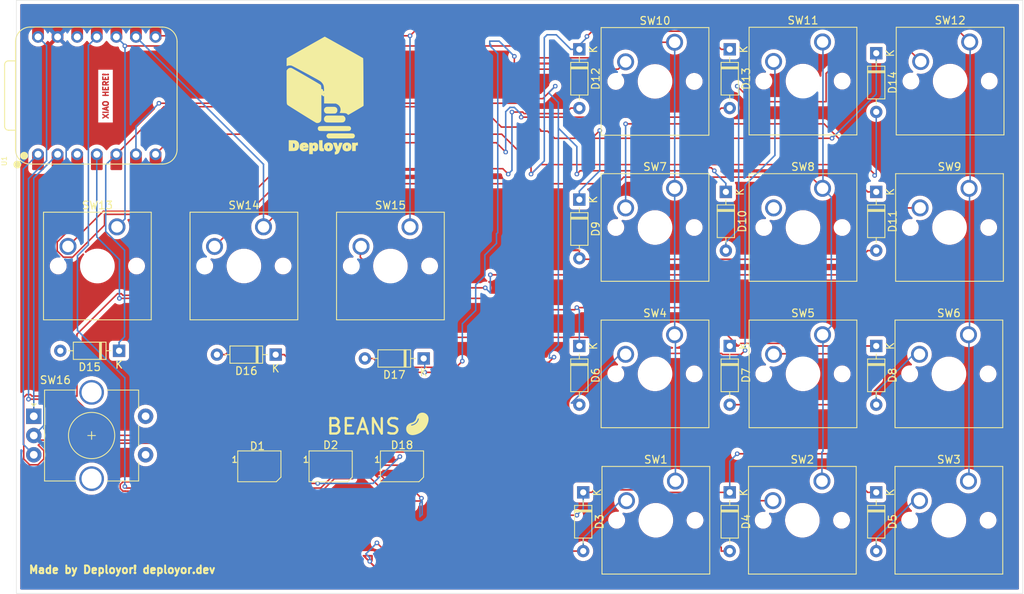
<source format=kicad_pcb>
(kicad_pcb (version 20240108) (generator "pcbnew") (generator_version "8.0")
  (layers (0 "F.Cu" signal) (31 "B.Cu" signal) (34 "B.Paste" user) (35 "F.Paste" user) (36 "B.SilkS" user "B.Silkscreen") (37 "F.SilkS" user "F.Silkscreen") (38 "B.Mask" user) (39 "F.Mask" user) (44 "Edge.Cuts" user))
  (net 0 "")
  (net 1 "+5V")
  (net 2 "GND")
  (net 3 "Net-(D1-DIN)")
  (net 5 "Net-(D18-DIN)")
  (net 6 "Net-(D2-DIN)")
  (net 7 "Net-(D3-K)")
  (net 8 "Net-(D3-A)")
  (net 9 "Net-(D4-A)")
  (net 10 "Net-(D5-A)")
  (net 11 "Net-(D6-K)")
  (net 12 "Net-(D6-A)")
  (net 13 "Net-(D7-A)")
  (net 14 "Net-(D8-A)")
  (net 15 "Net-(D9-A)")
  (net 16 "Net-(D14-K)")
  (net 17 "Net-(D10-K)")
  (net 18 "Net-(D10-A)")
  (net 19 "Net-(D11-A)")
  (net 20 "Net-(D11-K)")
  (net 21 "Net-(D12-A)")
  (net 22 "Net-(D13-A)")
  (net 23 "Net-(D14-A)")
  (net 25 "Net-(D16-A)")
  (net 26 "Net-(D17-A)")
  (net 27 "Net-(U1-GPIO4{slash}MISO)")
  (net 28 "Net-(U1-GPIO2{slash}SCK)")
  (net 29 "Net-(U1-GPIO1{slash}RX)")
  (net 31 "Net-(U1-GPIO26{slash}ADC0{slash}A0)")
  (net 32 "Net-(U1-GPIO27{slash}ADC1{slash}A1)")
  (net 33 "unconnected-(U1-3V3-Pad12)")
  (footprint "Button_Switch_Keyboard:SW_Cherry_MX_1.00u_PCB" (layer "F.Cu") (at 236.04 65.92)
    (property "Reference" "SW11")
    (property "Value" "SW_Push")
  )
  (footprint "LOGO" (layer "F.Cu") (at 183.5 115.5)
    (property "Reference" "G***" (hide yes))
    (property "Value" "LOGO" (hide yes))
  )
  (footprint "Diode_THT:D_DO-35_SOD27_P7.62mm_Horizontal" (layer "F.Cu") (at 184.31 107 180)
    (property "Reference" "D17")
    (property "Value" "D")
  )
  (footprint "Diode_THT:D_DO-35_SOD27_P7.62mm_Horizontal" (layer "F.Cu") (at 205 124.38 -90)
    (property "Reference" "D3")
    (property "Value" "D")
  )
  (footprint "Button_Switch_Keyboard:SW_Cherry_MX_1.00u_PCB" (layer "F.Cu") (at 236.04 84.92)
    (property "Reference" "SW8")
    (property "Value" "SW_Push")
  )
  (footprint "LOGO" (layer "F.Cu") (at 171.5 73)
    (property "Reference" "G***")
    (property "Value" "LOGO" (hide yes))
  )
  (footprint "Button_Switch_Keyboard:SW_Cherry_MX_1.00u_PCB" (layer "F.Cu") (at 216.85 65.96)
    (property "Reference" "SW10")
    (property "Value" "SW_Push")
  )
  (footprint "Button_Switch_Keyboard:SW_Cherry_MX_1.00u_PCB" (layer "F.Cu") (at 216.96 122.92)
    (property "Reference" "SW1")
    (property "Value" "SW_Push")
  )
  (footprint "Button_Switch_Keyboard:SW_Cherry_MX_1.00u_PCB" (layer "F.Cu") (at 235.96 122.92)
    (property "Reference" "SW2")
    (property "Value" "SW_Push")
  )
  (footprint "Diode_THT:D_DO-35_SOD27_P7.62mm_Horizontal" (layer "F.Cu") (at 224 66.88 -90)
    (property "Reference" "D13")
    (property "Value" "D")
  )
  (footprint "Rotary_Encoder:RotaryEncoder_Alps_EC11E-Switch_Vertical_H20mm_CircularMountingHoles" (layer "F.Cu") (at 133.75 114.5)
    (property "Reference" "SW16")
    (property "Value" "RotaryEncoder_Switch")
  )
  (footprint "LED_SMD:LED_SK6812MINI_PLCC4_3.5x3.5mm_P1.75mm" (layer "F.Cu") (at 181.5 121)
    (property "Reference" "D18")
    (property "Value" "SK6812MINI")
  )
  (footprint "Button_Switch_Keyboard:SW_Cherry_MX_1.00u_PCB" (layer "F.Cu") (at 182.54 89.92)
    (property "Reference" "SW15")
    (property "Value" "SW_Push")
  )
  (footprint "Diode_THT:D_DO-35_SOD27_P7.62mm_Horizontal" (layer "F.Cu") (at 243 85.38 -90)
    (property "Reference" "D11")
    (property "Value" "D")
  )
  (footprint "OPL:XIAO-RP2040-DIP" (layer "F.Cu") (at 141.92 72.88 90)
    (property "Reference" "U1")
    (property "Value" "XIAO-RP2040-DIP")
  )
  (footprint "LED_SMD:LED_SK6812MINI_PLCC4_3.5x3.5mm_P1.75mm" (layer "F.Cu") (at 172.25 121)
    (property "Reference" "D2")
    (property "Value" "SK6812MINI")
  )
  (footprint "Button_Switch_Keyboard:SW_Cherry_MX_1.00u_PCB" (layer "F.Cu") (at 254.96 122.92)
    (property "Reference" "SW3")
    (property "Value" "SW_Push")
  )
  (footprint "Diode_THT:D_DO-35_SOD27_P7.62mm_Horizontal" (layer "F.Cu") (at 223.5 85.38 -90)
    (property "Reference" "D10")
    (property "Value" "D")
  )
  (footprint "Diode_THT:D_DO-35_SOD27_P7.62mm_Horizontal" (layer "F.Cu") (at 224 105.38 -90)
    (property "Reference" "D7")
    (property "Value" "D")
  )
  (footprint "Diode_THT:D_DO-35_SOD27_P7.62mm_Horizontal" (layer "F.Cu") (at 243 124.38 -90)
    (property "Reference" "D5")
    (property "Value" "D")
  )
  (footprint "LED_SMD:LED_SK6812MINI_PLCC4_3.5x3.5mm_P1.75mm" (layer "F.Cu") (at 163 121)
    (property "Reference" "D1")
    (property "Value" "SK6812MINI")
  )
  (footprint "Diode_THT:D_DO-35_SOD27_P7.62mm_Horizontal" (layer "F.Cu") (at 144.81 106 180)
    (property "Reference" "D15")
    (property "Value" "D")
  )
  (footprint "Button_Switch_Keyboard:SW_Cherry_MX_1.00u_PCB" (layer "F.Cu") (at 216.85 84.92)
    (property "Reference" "SW7")
    (property "Value" "SW_Push")
  )
  (footprint "Diode_THT:D_DO-35_SOD27_P7.62mm_Horizontal" (layer "F.Cu") (at 204.5 66.88 -90)
    (property "Reference" "D12")
    (property "Value" "D")
  )
  (footprint "Button_Switch_Keyboard:SW_Cherry_MX_1.00u_PCB" (layer "F.Cu") (at 144.54 89.92)
    (property "Reference" "SW13")
    (property "Value" "SW_Push")
  )
  (footprint "Diode_THT:D_DO-35_SOD27_P7.62mm_Horizontal" (layer "F.Cu") (at 165.12 106.5 180)
    (property "Reference" "D16")
    (property "Value" "D")
  )
  (footprint "Button_Switch_Keyboard:SW_Cherry_MX_1.00u_PCB" (layer "F.Cu") (at 255.12 65.92)
    (property "Reference" "SW12")
    (property "Value" "SW_Push")
  )
  (footprint "Diode_THT:D_DO-35_SOD27_P7.62mm_Horizontal" (layer "F.Cu") (at 204.5 105.38 -90)
    (property "Reference" "D6")
    (property "Value" "D")
  )
  (footprint "Button_Switch_Keyboard:SW_Cherry_MX_1.00u_PCB" (layer "F.Cu") (at 236.04 103.92)
    (property "Reference" "SW5")
    (property "Value" "SW_Push")
  )
  (footprint "Button_Switch_Keyboard:SW_Cherry_MX_1.00u_PCB" (layer "F.Cu") (at 255.04 84.92)
    (property "Reference" "SW9")
    (property "Value" "SW_Push")
  )
  (footprint "Diode_THT:D_DO-35_SOD27_P7.62mm_Horizontal" (layer "F.Cu") (at 243 67.38 -90)
    (property "Reference" "D14")
    (property "Value" "D")
  )
  (footprint "Diode_THT:D_DO-35_SOD27_P7.62mm_Horizontal" (layer "F.Cu") (at 243 105.38 -90)
    (property "Reference" "D8")
    (property "Value" "D")
  )
  (footprint "Diode_THT:D_DO-35_SOD27_P7.62mm_Horizontal" (layer "F.Cu") (at 224 124.38 -90)
    (property "Reference" "D4")
    (property "Value" "D")
  )
  (footprint "Button_Switch_Keyboard:SW_Cherry_MX_1.00u_PCB" (layer "F.Cu") (at 254.96 103.92)
    (property "Reference" "SW6")
    (property "Value" "SW_Push")
  )
  (footprint "Button_Switch_Keyboard:SW_Cherry_MX_1.00u_PCB" (layer "F.Cu") (at 216.85 103.92)
    (property "Reference" "SW4")
    (property "Value" "SW_Push")
  )
  (footprint "Diode_THT:D_DO-35_SOD27_P7.62mm_Horizontal" (layer "F.Cu") (at 204.5 86.38 -90)
    (property "Reference" "D9")
    (property "Value" "D")
  )
  (footprint "Button_Switch_Keyboard:SW_Cherry_MX_1.00u_PCB" (layer "F.Cu") (at 163.54 89.92)
    (property "Reference" "SW14")
    (property "Value" "SW_Push")
  )
  (gr_rect (start 131.5 60.5) (end 262 137.5) (stroke (width 0.05)) (fill none) (layer "Edge.Cuts"))
  (gr_text "XIAO HERE!" (at 143.5 76 90) (layer "F.Cu") (effects (font (size 0.7 0.7) (thickness 0.175) (bold yes)) (justify left bottom)))
  (gr_text "Made by Deployor! deployor.dev" (at 133 135 0) (layer "F.SilkS") (effects (font (size 1 1) (thickness 0.25) (bold yes)) (justify left bottom)))
  (gr_text "BEANS" (at 176.5 117 0) (layer "F.SilkS") (effects (font (size 2 2) (thickness 0.3) (bold yes)) (justify bottom)))
  (segment (start 172.172 120.852) (end 166.578 120.852) (width 0.2) (layer "F.Cu") (net 1))
  (segment (start 166.713 119.264) (end 171.006 119.264) (width 0.2) (layer "F.Cu") (net 1))
  (segment (start 169.775 116.977) (end 143.887 116.977) (width 0.2) (layer "F.Cu") (net 1))
  (segment (start 178.098 120.125) (end 174 120.125) (width 0.2) (layer "F.Cu") (net 1))
  (segment (start 174 120.125) (end 172.898 120.125) (width 0.2) (layer "F.Cu") (net 1))
  (segment (start 183.25 120.125) (end 182.148 120.125) (width 0.2) (layer "F.Cu") (net 1))
  (segment (start 181.422 120.852) (end 178.825 120.852) (width 0.2) (layer "F.Cu") (net 1))
  (segment (start 182.148 120.125) (end 181.422 120.852) (width 0.2) (layer "F.Cu") (net 1))
  (segment (start 165.852 120.125) (end 164.75 120.125) (width 0.2) (layer "F.Cu") (net 1))
  (segment (start 172.898 120.125) (end 172.172 120.852) (width 0.2) (layer "F.Cu") (net 1))
  (segment (start 171.345 118.924) (end 171.345 118.548) (width 0.2) (layer "F.Cu") (net 1))
  (segment (start 171.345 118.548) (end 169.775 116.977) (width 0.2) (layer "F.Cu") (net 1))
  (segment (start 134.3 64.425) (end 134.3 65.26) (width 0.2) (layer "F.Cu") (net 1))
  (segment (start 178.825 120.852) (end 178.098 120.125) (width 0.2) (layer "F.Cu") (net 1))
  (segment (start 166.578 120.852) (end 165.852 120.125) (width 0.2) (layer "F.Cu") (net 1))
  (segment (start 143.887 116.977) (end 139.194 112.284) (width 0.2) (layer "F.Cu") (net 1))
  (segment (start 165.852 120.125) (end 166.713 119.264) (width 0.2) (layer "F.Cu") (net 1))
  (segment (start 171.006 119.264) (end 171.345 118.924) (width 0.2) (layer "F.Cu") (net 1))
  (segment (start 139.194 112.284) (end 133.071 112.284) (width 0.2) (layer "F.Cu") (net 1))
  (via (at 133.071 112.284) (size 0.6) (drill 0.3) (layers "F.Cu" "B.Cu") (net 1))
  (segment (start 133.071 112.284) (end 133.071 83.6672) (width 0.2) (layer "B.Cu") (net 1))
  (segment (start 135.411 81.3271) (end 135.411 66.3712) (width 0.2) (layer "B.Cu") (net 1))
  (segment (start 133.071 83.6672) (end 135.411 81.3271) (width 0.2) (layer "B.Cu") (net 1))
  (segment (start 135.411 66.3712) (end 134.3 65.26) (width 0.2) (layer "B.Cu") (net 1))
  (segment (start 161.25 121.875) (end 159.811 120.436) (width 0.2) (layer "F.Cu") (net 2))
  (segment (start 178.648 121.875) (end 179.75 121.875) (width 0.2) (layer "F.Cu") (net 2))
  (segment (start 161.3 117.832314) (end 161.065686 117.598) (width 0.2) (layer "F.Cu") (net 2))
  (segment (start 172.53 121.148) (end 177.922 121.148) (width 0.2) (layer "F.Cu") (net 2))
  (segment (start 170.5 121.875) (end 166.968 121.875) (width 0.2) (layer "F.Cu") (net 2))
  (segment (start 166.968 121.875) (end 166.241 121.148) (width 0.2) (layer "F.Cu") (net 2))
  (segment (start 161.25 121.875) (end 159.419343 120.044343) (width 0.2) (layer "F.Cu") (net 2))
  (segment (start 170.5 121.875) (end 171.803 121.875) (width 0.2) (layer "F.Cu") (net 2))
  (segment (start 136.84 64.425) (end 136.84 65.26) (width 0.2) (layer "F.Cu") (net 2))
  (segment (start 188.546 122.148) (end 191.898 125.5) (width 0.2) (layer "F.Cu") (net 2))
  (segment (start 171.803 121.875) (end 172.53 121.148) (width 0.2) (layer "F.Cu") (net 2))
  (segment (start 179.353 122.777) (end 178.971 122.777) (width 0.2) (layer "F.Cu") (net 2))
  (segment (start 162.352 121.875) (end 161.25 121.875) (width 0.2) (layer "F.Cu") (net 2))
  (segment (start 161.065686 117.598) (end 134.348 117.598) (width 0.2) (layer "F.Cu") (net 2))
  (segment (start 191.898 125.5) (end 193 125.5) (width 0.2) (layer "F.Cu") (net 2))
  (segment (start 161.3 118.163686) (end 161.3 117.832314) (width 0.2) (layer "F.Cu") (net 2))
  (segment (start 163.078 121.148) (end 162.352 121.875) (width 0.2) (layer "F.Cu") (net 2))
  (segment (start 177.922 121.148) (end 178.648 121.875) (width 0.2) (layer "F.Cu") (net 2))
  (segment (start 159.419343 120.044343) (end 161.3 118.163686) (width 0.2) (layer "F.Cu") (net 2))
  (segment (start 178.851 122.275) (end 179.353 122.777) (width 0.2) (layer "F.Cu") (net 2))
  (segment (start 166.241 121.148) (end 163.078 121.148) (width 0.2) (layer "F.Cu") (net 2))
  (segment (start 134.348 117.598) (end 133.75 117) (width 0.2) (layer "F.Cu") (net 2))
  (segment (start 137.951 81.1128) (end 137.951 66.3712) (width 0.2) (layer "B.Cu") (net 2))
  (segment (start 133.75 117) (end 135.052 115.698) (width 0.2) (layer "B.Cu") (net 2))
  (segment (start 135.052 115.698) (end 135.052 84.0123) (width 0.2) (layer "B.Cu") (net 2))
  (segment (start 137.951 66.3712) (end 136.84 65.26) (width 0.2) (layer "B.Cu") (net 2))
  (segment (start 135.052 84.0123) (end 137.951 81.1128) (width 0.2) (layer "B.Cu") (net 2))
  (segment (start 181.2243 119.7363) (end 180.8517 120.1089) (width 0.2) (layer "F.Cu") (net 3))
  (segment (start 180.8517 120.1089) (end 180.8517 120.125) (width 0.2) (layer "F.Cu") (net 3))
  (segment (start 164.75 121.875) (end 165.8517 121.875) (width 0.2) (layer "F.Cu") (net 3))
  (segment (start 179.75 120.125) (end 180.8517 120.125) (width 0.2) (layer "F.Cu") (net 3))
  (segment (start 165.8517 121.875) (end 167.1947 123.218) (width 0.2) (layer "F.Cu") (net 3))
  (segment (start 167.1947 123.218) (end 170.5667 123.218) (width 0.2) (layer "F.Cu") (net 3))
  (via (at 181.2243 119.7363) (size 0.6) (drill 0.3) (layers "F.Cu" "B.Cu") (net 3))
  (via (at 170.5667 123.218) (size 0.6) (drill 0.3) (layers "F.Cu" "B.Cu") (net 3))
  (segment (start 170.5667 123.218) (end 177.7426 123.218) (width 0.2) (layer "B.Cu") (net 3))
  (segment (start 177.7426 123.218) (end 181.2243 119.7363) (width 0.2) (layer "B.Cu") (net 3))
  (segment (start 183.9805 119.1346) (end 172.5921 119.1346) (width 0.2) (layer "F.Cu") (net 5))
  (segment (start 170.5 120.125) (end 171.6017 120.125) (width 0.2) (layer "F.Cu") (net 5))
  (segment (start 184.3517 119.5058) (end 183.9805 119.1346) (width 0.2) (layer "F.Cu") (net 5))
  (segment (start 183.25 121.875) (end 184.3517 121.875) (width 0.2) (layer "F.Cu") (net 5))
  (segment (start 172.5921 119.1346) (end 171.6017 120.125) (width 0.2) (layer "F.Cu") (net 5))
  (segment (start 184.3517 121.875) (end 184.3517 119.5058) (width 0.2) (layer "F.Cu") (net 5))
  (segment (start 141.92 64.425) (end 141.92 65.26) (width 0.2) (layer "F.Cu") (net 6))
  (segment (start 170.9536 123.8197) (end 172.8983 121.875) (width 0.2) (layer "F.Cu") (net 6))
  (segment (start 145.5585 123.615) (end 145.7632 123.8197) (width 0.2) (layer "F.Cu") (net 6))
  (segment (start 174 121.875) (end 172.8983 121.875) (width 0.2) (layer "F.Cu") (net 6))
  (segment (start 145.7632 123.8197) (end 170.9536 123.8197) (width 0.2) (layer "F.Cu") (net 6))
  (via (at 145.5585 123.615) (size 0.6) (drill 0.3) (layers "F.Cu" "B.Cu") (net 6))
  (segment (start 139.4151 103.3651) (end 145.5585 109.5085) (width 0.2) (layer "B.Cu") (net 6))
  (segment (start 139.4151 93.6595) (end 139.4151 103.3651) (width 0.2) (layer "B.Cu") (net 6))
  (segment (start 140.8321 92.2425) (end 139.4151 93.6595) (width 0.2) (layer "B.Cu") (net 6))
  (segment (start 140.8321 66.3479) (end 140.8321 92.2425) (width 0.2) (layer "B.Cu") (net 6))
  (segment (start 145.5585 109.5085) (end 145.5585 123.615) (width 0.2) (layer "B.Cu") (net 6))
  (segment (start 141.92 65.26) (end 140.8321 66.3479) (width 0.2) (layer "B.Cu") (net 6))
  (segment (start 138.769899 93.86) (end 142.922682 89.707217) (width 0.2) (layer "F.Cu") (net 7))
  (segment (start 224 124.38) (end 212.65 124.38) (width 0.2) (layer "F.Cu") (net 7))
  (segment (start 184.022 125.139) (end 184.022 125.5) (width 0.2) (layer "F.Cu") (net 7))
  (segment (start 135.05 118.961522) (end 134.338478 118.25) (width 0.2) (layer "F.Cu") (net 7))
  (segment (start 144.9585 123.366471) (end 144.9585 123.863529) (width 0.2) (layer "F.Cu") (net 7))
  (segment (start 181.332315 126.423) (end 182.764686 126.423) (width 0.2) (layer "F.Cu") (net 7))
  (segment (start 144.608471 98.5983) (end 139.35 103.856771) (width 0.2) (layer "F.Cu") (net 7))
  (segment (start 172.9 122.438986) (end 172.9 122.6) (width 0.2) (layer "F.Cu") (net 7))
  (segment (start 139.38 80.5) (end 139.38 89.290101) (width 0.2) (layer "F.Cu") (net 7))
  (segment (start 132.45 120.038478) (end 133.211522 120.8) (width 0.2) (layer "F.Cu") (net 7))
  (segment (start 183.623 122.602) (end 183.881 122.602) (width 0.2) (layer "F.Cu") (net 7))
  (segment (start 139.35 103.856771) (end 139.35 111.884) (width 0.2) (layer "F.Cu") (net 7))
  (segment (start 212.32 124.05) (end 206.432 124.05) (width 0.2) (layer "F.Cu") (net 7))
  (segment (start 145.597515 124.2197) (end 171.119286 124.2197) (width 0.2) (layer "F.Cu") (net 7))
  (segment (start 137.610101 93.86) (end 138.769899 93.86) (width 0.2) (layer "F.Cu") (net 7))
  (segment (start 133.319529 111.684) (end 132.822471 111.684) (width 0.2) (layer "F.Cu") (net 7))
  (segment (start 160.9 117.998) (end 155.883 123.015) (width 0.2) (layer "F.Cu") (net 7))
  (segment (start 176.457315 121.548) (end 181.332315 126.423) (width 0.2) (layer "F.Cu") (net 7))
  (segment (start 212.65 124.38) (end 212.32 124.05) (width 0.2) (layer "F.Cu") (net 7))
  (segment (start 145.305529 98.7983) (end 145.105529 98.5983) (width 0.2) (layer "F.Cu") (net 7))
  (segment (start 135.05 120.038478) (end 135.05 118.961522) (width 0.2) (layer "F.Cu") (net 7))
  (segment (start 139.38 89.290101) (end 136.79 91.880101) (width 0.2) (layer "F.Cu") (net 7))
  (segment (start 157.6813 98.7983) (end 145.305529 98.7983) (width 0.2) (layer "F.Cu") (net 7))
  (segment (start 136.79 91.880101) (end 136.79 93.039899) (width 0.2) (layer "F.Cu") (net 7))
  (segment (start 145.592815 124.215) (end 145.597515 124.2197) (width 0.2) (layer "F.Cu") (net 7))
  (segment (start 182.103 124.122) (end 183.623 122.602) (width 0.2) (layer "F.Cu") (net 7))
  (segment (start 182.999 126.188686) (end 182.999 125.857314) (width 0.2) (layer "F.Cu") (net 7))
  (segment (start 132.822471 111.684) (end 132.45 112.056471) (width 0.2) (layer "F.Cu") (net 7))
  (segment (start 183.881 122.602) (end 188.621 127.342) (width 0.2) (layer "F.Cu") (net 7))
  (segment (start 196.3605 127.342) (end 204.177 127.342) (width 0.2) (layer "F.Cu") (net 7))
  (segment (start 196.3605 127.342) (end 189.3397 127.342) (width 0.2) (layer "F.Cu") (net 7))
  (segment (start 236.887 119.369) (end 224.971 119.369) (width 0.2) (layer "F.Cu") (net 7))
  (segment (start 142.922682 88.2932) (end 147.1762 88.2932) (width 0.2) (layer "F.Cu") (net 7))
  (segment (start 133.211522 120.8) (end 134.288478 120.8) (width 0.2) (layer "F.Cu") (net 7))
  (segment (start 132.45 112.056471) (end 132.45 120.038478) (width 0.2) (layer "F.Cu") (net 7))
  (segment (start 147.1762 88.2932) (end 157.6813 98.7983) (width 0.2) (layer "F.Cu") (net 7))
  (segment (start 179.741686 122.6) (end 180.85 122.6) (width 0.2) (layer "F.Cu") (net 7))
  (segment (start 134.288478 120.8) (end 135.05 120.038478) (width 0.2) (layer "F.Cu") (net 7))
  (segment (start 155.883 123.015) (end 145.309971 123.015) (width 0.2) (layer "F.Cu") (net 7))
  (segment (start 180.85 122.6) (end 180.85 121.967) (width 0.2) (layer "F.Cu") (net 7))
  (segment (start 206.432 124.05) (end 206.102 124.38) (width 0.2) (layer "F.Cu") (net 7))
  (segment (start 142.922682 89.707217) (end 142.922682 88.2932) (width 0.2) (layer "F.Cu") (net 7))
  (segment (start 134.338478 118.25) (end 134.590478 117.998) (width 0.2) (layer "F.Cu") (net 7))
  (segment (start 136.79 93.039899) (end 137.610101 93.86) (width 0.2) (layer "F.Cu") (net 7))
  (segment (start 171.3536 123.985385) (end 172.9 122.438986) (width 0.2) (layer "F.Cu") (net 7))
  (segment (start 188.621 127.342) (end 189.3397 127.342) (width 0.2) (layer "F.Cu") (net 7))
  (segment (start 172.9 122.6) (end 175.1 122.6) (width 0.2) (layer "F.Cu") (net 7))
  (segment (start 184.022 125.5) (end 183.018 125.5) (width 0.2) (layer "F.Cu") (net 7))
  (segment (start 206.102 124.38) (end 205 124.38) (width 0.2) (layer "F.Cu") (net 7))
  (segment (start 183.018 125.5) (end 182.103 124.585) (width 0.2) (layer "F.Cu") (net 7))
  (segment (start 175.1 122.6) (end 175.1 121.548) (width 0.2) (layer "F.Cu") (net 7))
  (segment (start 145.309971 123.015) (end 144.9585 123.366471) (width 0.2) (layer "F.Cu") (net 7))
  (segment (start 144.9585 123.863529) (end 145.309971 124.215) (width 0.2) (layer "F.Cu") (net 7))
  (segment (start 182.999 125.857314) (end 179.741686 122.6) (width 0.2) (layer "F.Cu") (net 7))
  (segment (start 133.519529 111.884) (end 133.319529 111.684) (width 0.2) (layer "F.Cu") (net 7))
  (segment (start 180.85 121.967) (end 184.022 125.139) (width 0.2) (layer "F.Cu") (net 7))
  (segment (start 145.309971 124.215) (end 145.592815 124.215) (width 0.2) (layer "F.Cu") (net 7))
  (segment (start 171.119286 124.2197) (end 171.3536 123.985385) (width 0.2) (layer "F.Cu") (net 7))
  (segment (start 139.35 111.884) (end 133.519529 111.884) (width 0.2) (layer "F.Cu") (net 7))
  (segment (start 134.590478 117.998) (end 160.9 117.998) (width 0.2) (layer "F.Cu") (net 7))
  (segment (start 182.764686 126.423) (end 182.999 126.188686) (width 0.2) (layer "F.Cu") (net 7))
  (segment (start 241.898 124.38) (end 236.887 119.369) (width 0.2) (layer "F.Cu") (net 7))
  (segment (start 182.103 124.585) (end 182.103 124.122) (width 0.2) (layer "F.Cu") (net 7))
  (segment (start 243 124.38) (end 241.898 124.38) (width 0.2) (layer "F.Cu") (net 7))
  (segment (start 145.105529 98.5983) (end 144.608471 98.5983) (width 0.2) (layer "F.Cu") (net 7))
  (segment (start 189.3397 127.342) (end 196.3605 127.342) (width 0.2) (layer "F.Cu") (net 7))
  (segment (start 175.1 121.548) (end 176.457315 121.548) (width 0.2) (layer "F.Cu") (net 7))
  (via (at 224.971 119.369) (size 0.6) (drill 0.3) (layers "F.Cu" "B.Cu") (net 7))
  (via (at 184.022 125.139) (size 0.6) (drill 0.3) (layers "F.Cu" "B.Cu") (net 7))
  (via (at 204.177 127.342) (size 0.6) (drill 0.3) (layers "F.Cu" "B.Cu") (net 7))
  (segment (start 184.084 127.275) (end 184.12 127.275) (width 0.2) (layer "B.Cu") (net 7))
  (segment (start 204.177 127.342) (end 205 126.52) (width 0.2) (layer "B.Cu") (net 7))
  (segment (start 184.022 125.139) (end 184.022 125.583) (width 0.2) (layer "B.Cu") (net 7))
  (segment (start 184.12 127.275) (end 184.12 125.5) (width 0.2) (layer "B.Cu") (net 7))
  (segment (start 205 126.52) (end 205 124.38) (width 0.2) (layer "B.Cu") (net 7))
  (segment (start 224.971 119.369) (end 224 120.34) (width 0.2) (layer "B.Cu") (net 7))
  (segment (start 183.824 127.535) (end 184.084 127.275) (width 0.2) (layer "B.Cu") (net 7))
  (segment (start 224 120.34) (end 224 124.38) (width 0.2) (layer "B.Cu") (net 7))
  (segment (start 184.022 125.583) (end 183.824 125.781) (width 0.2) (layer "B.Cu") (net 7))
  (segment (start 183.824 125.781) (end 183.824 127.535) (width 0.2) (layer "B.Cu") (net 7))
  (segment (start 176.5 132.6) (end 177.32 132.6) (width 0.2) (layer "F.Cu") (net 8))
  (segment (start 177.601 133.069) (end 177.602 133.069) (width 0.2) (layer "F.Cu") (net 8))
  (segment (start 177.602 133.069) (end 177.602 132.6) (width 0.2) (layer "F.Cu") (net 8))
  (segment (start 178.07 134.17) (end 176.5 132.6) (width 0.2) (layer "F.Cu") (net 8))
  (segment (start 177.32 132.6) (end 177.601 132.6) (width 0.2) (layer "F.Cu") (net 8))
  (segment (start 178.113 134.17) (end 178.07 134.17) (width 0.2) (layer "F.Cu") (net 8))
  (segment (start 177.602 132.6) (end 177.601 132.6) (width 0.2) (layer "F.Cu") (net 8))
  (segment (start 179.313 132) (end 205 132) (width 0.2) (layer "F.Cu") (net 8))
  (segment (start 177.601 132.6) (end 177.601 133.069) (width 0.2) (layer "F.Cu") (net 8))
  (segment (start 178.248 130.936) (end 179.313 132) (width 0.2) (layer "F.Cu") (net 8))
  (segment (start 177.601 133.069) (end 177.601 133.277) (width 0.2) (layer "F.Cu") (net 8))
  (segment (start 176.62 132.677) (end 177.306 133.364) (width 0.2) (layer "F.Cu") (net 8))
  (segment (start 177.32 133.327) (end 177.32 132.6) (width 0.2) (layer "F.Cu") (net 8))
  (segment (start 177.306 133.364) (end 178.113 134.17) (width 0.2) (layer "F.Cu") (net 8))
  (via (at 178.248 130.936) (size 0.6) (drill 0.3) (layers "F.Cu" "B.Cu") (net 8))
  (via (at 177.32 133.327) (size 0.6) (drill 0.3) (layers "F.Cu" "B.Cu") (net 8))
  (segment (start 205 132) (end 205 130.333) (width 0.2) (layer "B.Cu") (net 8))
  (segment (start 176.817 132.366) (end 177.32 132.869) (width 0.2) (layer "B.Cu") (net 8))
  (segment (start 205 130.333) (end 209.873 125.46) (width 0.2) (layer "B.Cu") (net 8))
  (segment (start 209.873 125.46) (end 210.61 125.46) (width 0.2) (layer "B.Cu") (net 8))
  (segment (start 178.248 130.936) (end 176.817 132.366) (width 0.2) (layer "B.Cu") (net 8))
  (segment (start 177.32 132.869) (end 177.32 133.327) (width 0.2) (layer "B.Cu") (net 8))
  (segment (start 226.921 125.46) (end 229.61 125.46) (width 0.2) (layer "F.Cu") (net 9))
  (segment (start 221.882 130.5) (end 226.921 125.46) (width 0.2) (layer "F.Cu") (net 9))
  (segment (start 222.898 132) (end 222.898 131.516) (width 0.2) (layer "F.Cu") (net 9))
  (segment (start 222.898 131.516) (end 221.882 130.5) (width 0.2) (layer "F.Cu") (net 9))
  (segment (start 224 132) (end 222.898 132) (width 0.2) (layer "F.Cu") (net 9))
  (segment (start 243 130.333) (end 247.873 125.46) (width 0.2) (layer "B.Cu") (net 10))
  (segment (start 247.873 125.46) (end 248.61 125.46) (width 0.2) (layer "B.Cu") (net 10))
  (segment (start 243 132) (end 243 130.333) (width 0.2) (layer "B.Cu") (net 10))
  (segment (start 197.61 99.1983) (end 197.61 99.8204) (width 0.2) (layer "F.Cu") (net 11))
  (segment (start 144.857 99.1983) (end 197.61 99.1983) (width 0.2) (layer "F.Cu") (net 11))
  (segment (start 203.904 100.674) (end 204.177 100.401) (width 0.2) (layer "F.Cu") (net 11))
  (segment (start 220.122 100.401) (end 225.102 105.38) (width 0.2) (layer "F.Cu") (net 11))
  (segment (start 141.92 80.5) (end 141.92 81.335) (width 0.2) (layer "F.Cu") (net 11))
  (segment (start 198.463 100.674) (end 203.904 100.674) (width 0.2) (layer "F.Cu") (net 11))
  (segment (start 225.436 105.045) (end 225.102 105.38) (width 0.2) (layer "F.Cu") (net 11))
  (segment (start 243 105.38) (end 230.931 105.38) (width 0.2) (layer "F.Cu") (net 11))
  (segment (start 224 105.38) (end 225.102 105.38) (width 0.2) (layer "F.Cu") (net 11))
  (segment (start 230.597 105.045) (end 225.436 105.045) (width 0.2) (layer "F.Cu") (net 11))
  (segment (start 230.931 105.38) (end 230.597 105.045) (width 0.2) (layer "F.Cu") (net 11))
  (segment (start 204.177 100.401) (end 220.122 100.401) (width 0.2) (layer "F.Cu") (net 11))
  (segment (start 197.61 99.8204) (end 198.463 100.674) (width 0.2) (layer "F.Cu") (net 11))
  (via (at 204.177 100.401) (size 0.6) (drill 0.3) (layers "F.Cu" "B.Cu") (net 11))
  (via (at 144.857 99.1983) (size 0.6) (drill 0.3) (layers "F.Cu" "B.Cu") (net 11))
  (segment (start 141.92 80.5) (end 141.92 91.2279) (width 0.2) (layer "B.Cu") (net 11))
  (segment (start 204.177 100.401) (end 204.5 100.724) (width 0.2) (layer "B.Cu") (net 11))
  (segment (start 141.92 91.2279) (end 144.857 94.1649) (width 0.2) (layer "B.Cu") (net 11))
  (segment (start 204.5 100.724) (end 204.5 105.38) (width 0.2) (layer "B.Cu") (net 11))
  (segment (start 144.857 94.1649) (end 144.857 99.1983) (width 0.2) (layer "B.Cu") (net 11))
  (segment (start 209.788 106.46) (end 203.466 112.782) (width 0.2) (layer "B.Cu") (net 12))
  (segment (start 204.282 112.782) (end 204.5 113) (width 0.2) (layer "B.Cu") (net 12))
  (segment (start 203.466 112.782) (end 204.282 112.782) (width 0.2) (layer "B.Cu") (net 12))
  (segment (start 210.5 106.46) (end 209.788 106.46) (width 0.2) (layer "B.Cu") (net 12))
  (segment (start 239.957 106.391) (end 229.759 106.391) (width 0.2) (layer "F.Cu") (net 13))
  (segment (start 229.759 106.391) (end 229.69 106.46) (width 0.2) (layer "F.Cu") (net 13))
  (segment (start 243.275 109.709) (end 239.957 106.391) (width 0.2) (layer "F.Cu") (net 13))
  (segment (start 239.983 113) (end 243.275 109.709) (width 0.2) (layer "F.Cu") (net 13))
  (segment (start 224 113) (end 239.983 113) (width 0.2) (layer "F.Cu") (net 13))
  (segment (start 243 111.325) (end 243 113) (width 0.2) (layer "B.Cu") (net 14))
  (segment (start 248.61 106.46) (end 247.865 106.46) (width 0.2) (layer "B.Cu") (net 14))
  (segment (start 247.865 106.46) (end 243 111.325) (width 0.2) (layer "B.Cu") (net 14))
  (segment (start 203.582 92.8983) (end 203.49 92.9902) (width 0.2) (layer "F.Cu") (net 15))
  (segment (start 204.5 93.4491) (end 204.5 92.8983) (width 0.2) (layer "F.Cu") (net 15))
  (segment (start 205.1749 94.124) (end 238.576 94.124) (width 0.2) (layer "F.Cu") (net 15))
  (segment (start 204.5 93.4491) (end 205.1749 94.124) (width 0.2) (layer "F.Cu") (net 15))
  (segment (start 204.5 94) (end 204.5 93.4491) (width 0.2) (layer "F.Cu") (net 15))
  (segment (start 204.5 92.8983) (end 203.582 92.8983) (width 0.2) (layer "F.Cu") (net 15))
  (segment (start 238.576 94.124) (end 245.24 87.46) (width 0.2) (layer "F.Cu") (net 15))
  (segment (start 245.24 87.46) (end 248.69 87.46) (width 0.2) (layer "F.Cu") (net 15))
  (segment (start 203.49 92.9902) (end 204.5 92.9902) (width 0.2) (layer "F.Cu") (net 15))
  (segment (start 192.874 75.4447) (end 192.874 74.3261) (width 0.2) (layer "F.Cu") (net 16))
  (segment (start 150.634 74.3261) (end 144.46 80.5) (width 0.2) (layer "F.Cu") (net 16))
  (segment (start 200.382 77.5) (end 199.5 77.5) (width 0.2) (layer "F.Cu") (net 16))
  (segment (start 206.1422 78.4217) (end 201.303 78.4217) (width 0.2) (layer "F.Cu") (net 16))
  (segment (start 192.874 74.3261) (end 150.634 74.3261) (width 0.2) (layer "F.Cu") (net 16))
  (segment (start 206.1422 78.4217) (end 207.1478 77.4161) (width 0.2) (layer "F.Cu") (net 16))
  (segment (start 199.5 77.5) (end 199.5 77.3657) (width 0.2) (layer "F.Cu") (net 16))
  (segment (start 194.393 76.9632) (end 192.874 75.4447) (width 0.2) (layer "F.Cu") (net 16))
  (segment (start 237.264 78.4217) (end 206.1422 78.4217) (width 0.2) (layer "F.Cu") (net 16))
  (segment (start 201.303 78.4217) (end 200.699 77.8178) (width 0.2) (layer "F.Cu") (net 16))
  (segment (start 200.699 77.8178) (end 200.382 77.5) (width 0.2) (layer "F.Cu") (net 16))
  (segment (start 199.098 76.9632) (end 194.393 76.9632) (width 0.2) (layer "F.Cu") (net 16))
  (segment (start 144.46 80.5) (end 144.46 81.335) (width 0.2) (layer "F.Cu") (net 16))
  (segment (start 199.5 77.3657) (end 199.098 76.9632) (width 0.2) (layer "F.Cu") (net 16))
  (via (at 207.1478 77.4161) (size 0.6) (drill 0.3) (layers "F.Cu" "B.Cu") (net 16))
  (via (at 237.264 78.4217) (size 0.6) (drill 0.3) (layers "F.Cu" "B.Cu") (net 16))
  (segment (start 145.5178 92.9517) (end 145.5178 104.1905) (width 0.2) (layer "B.Cu") (net 16))
  (segment (start 145.5178 104.1905) (end 144.81 104.8983) (width 0.2) (layer "B.Cu") (net 16))
  (segment (start 144.81 106) (end 144.81 104.8983) (width 0.2) (layer "B.Cu") (net 16))
  (segment (start 243 72.6862) (end 237.264 78.4217) (width 0.2) (layer "B.Cu") (net 16))
  (segment (start 143.0803 90.5142) (end 145.5178 92.9517) (width 0.2) (layer "B.Cu") (net 16))
  (segment (start 204.5 86.38) (end 204.5 85.2783) (width 0.2) (layer "B.Cu") (net 16))
  (segment (start 143.0803 81.8797) (end 143.0803 90.5142) (width 0.2) (layer "B.Cu") (net 16))
  (segment (start 207.1478 82.6305) (end 204.5 85.2783) (width 0.2) (layer "B.Cu") (net 16))
  (segment (start 144.46 80.5) (end 143.0803 81.8797) (width 0.2) (layer "B.Cu") (net 16))
  (segment (start 207.1478 77.4161) (end 207.1478 82.6305) (width 0.2) (layer "B.Cu") (net 16))
  (segment (start 243 67.38) (end 243 72.6862) (width 0.2) (layer "B.Cu") (net 16))
  (segment (start 198.218 108.8) (end 184.444 108.8) (width 0.2) (layer "F.Cu") (net 17))
  (segment (start 197.726 73.2739) (end 197.124 73.8763) (width 0.2) (layer "F.Cu") (net 17))
  (segment (start 165.12 106.5) (end 166.2217 106.5) (width 0.2) (layer "F.Cu") (net 17))
  (segment (start 168.5217 108.8) (end 166.2217 106.5) (width 0.2) (layer "F.Cu") (net 17))
  (segment (start 198.518 73.2739) (end 197.726 73.2739) (width 0.2) (layer "F.Cu") (net 17))
  (segment (start 200.62 107.5) (end 199.518 107.5) (width 0.2) (layer "F.Cu") (net 17))
  (segment (start 220.859 82.2384) (end 220.457 82.64) (width 0.2) (layer "F.Cu") (net 17))
  (segment (start 199.518 107.5) (end 198.218 108.8) (width 0.2) (layer "F.Cu") (net 17))
  (segment (start 201.207 106.827) (end 200.62 107.413) (width 0.2) (layer "F.Cu") (net 17))
  (segment (start 198.52 73.2724) (end 198.518 73.2739) (width 0.2) (layer "F.Cu") (net 17))
  (segment (start 222 82.6401) (end 221.599 82.2384) (width 0.2) (layer "F.Cu") (net 17))
  (segment (start 221.599 82.2384) (end 220.859 82.2384) (width 0.2) (layer "F.Cu") (net 17))
  (segment (start 200.62 107.413) (end 200.62 107.5) (width 0.2) (layer "F.Cu") (net 17))
  (segment (start 199.759 73.2724) (end 198.52 73.2724) (width 0.2) (layer "F.Cu") (net 17))
  (segment (start 184.444 108.8) (end 168.5217 108.8) (width 0.2) (layer "F.Cu") (net 17))
  (segment (start 197.124 73.8763) (end 149.981 73.8763) (width 0.2) (layer "F.Cu") (net 17))
  (segment (start 220.457 82.6401) (end 204.606 82.6401) (width 0.2) (layer "F.Cu") (net 17))
  (segment (start 201.374 71.657) (end 199.759 73.2724) (width 0.2) (layer "F.Cu") (net 17))
  (segment (start 204.606 82.6401) (end 204.177 83.0683) (width 0.2) (layer "F.Cu") (net 17))
  (segment (start 220.457 82.64) (end 220.457 82.6401) (width 0.2) (layer "F.Cu") (net 17))
  (segment (start 147 80.5) (end 147 81.335) (width 0.2) (layer "F.Cu") (net 17))
  (via (at 201.207 106.827) (size 0.6) (drill 0.3) (layers "F.Cu" "B.Cu") (net 17))
  (via (at 204.177 83.0683) (size 0.6) (drill 0.3) (layers "F.Cu" "B.Cu") (net 17))
  (via (at 201.374 71.657) (size 0.6) (drill 0.3) (layers "F.Cu" "B.Cu") (net 17))
  (via (at 184.444 108.8) (size 0.6) (drill 0.3) (layers "F.Cu" "B.Cu") (net 17))
  (via (at 222 82.6401) (size 0.6) (drill 0.3) (layers "F.Cu" "B.Cu") (net 17))
  (via (at 149.981 73.8763) (size 0.6) (drill 0.3) (layers "F.Cu" "B.Cu") (net 17))
  (segment (start 201.777 77.0998) (end 201.777 105.241) (width 0.2) (layer "B.Cu") (net 17))
  (segment (start 184.12 106.924) (end 184.234 106.924) (width 0.2) (layer "B.Cu") (net 17))
  (segment (start 223.5 85.38) (end 223.5 84.2783) (width 0.2) (layer "B.Cu") (net 17))
  (segment (start 204.177 79.5001) (end 201.777 77.0998) (width 0.2) (layer "B.Cu") (net 17))
  (segment (start 201.777 73.7773) (end 201.777 77.0998) (width 0.2) (layer "B.Cu") (net 17))
  (segment (start 204.177 83.0683) (end 204.177 79.5001) (width 0.2) (layer "B.Cu") (net 17))
  (segment (start 200.62 106.398) (end 200.62 106.949) (width 0.2) (layer "B.Cu") (net 17))
  (segment (start 184.444 108.8) (end 184.444 107.799) (width 0.2) (layer "B.Cu") (net 17))
  (segment (start 201.374 71.657) (end 200.602 72.4291) (width 0.2) (layer "B.Cu") (net 17))
  (segment (start 201.777 105.241) (end 200.62 106.398) (width 0.2) (layer "B.Cu") (net 17))
  (segment (start 184.234 106.924) (end 184.31 107) (width 0.2) (layer "B.Cu") (net 17))
  (segment (start 222 82.7786) (end 222 82.6401) (width 0.2) (layer "B.Cu") (net 17))
  (segment (start 223.5 84.2783) (end 222 82.7786) (width 0.2) (layer "B.Cu") (net 17))
  (segment (start 200.62 106.949) (end 201.084 106.949) (width 0.2) (layer "B.Cu") (net 17))
  (segment (start 184.444 107.799) (end 184.12 107.474) (width 0.2) (layer "B.Cu") (net 17))
  (segment (start 149.981 73.8763) (end 147 76.8576) (width 0.2) (layer "B.Cu") (net 17))
  (segment (start 200.602 72.4291) (end 200.602 72.6017) (width 0.2) (layer "B.Cu") (net 17))
  (segment (start 147 76.8576) (end 147 80.5) (width 0.2) (layer "B.Cu") (net 17))
  (segment (start 201.084 106.949) (end 201.207 106.827) (width 0.2) (layer "B.Cu") (net 17))
  (segment (start 200.602 72.6017) (end 201.777 73.7773) (width 0.2) (layer "B.Cu") (net 17))
  (segment (start 184.12 107.474) (end 184.12 106.924) (width 0.2) (layer "B.Cu") (net 17))
  (segment (start 248.77 68.46) (end 244.8208 64.5108) (width 0.2) (layer "F.Cu") (net 18))
  (segment (start 226.9881 73.6741) (end 224.971 71.657) (width 0.2) (layer "F.Cu") (net 18))
  (segment (start 244.8208 64.5108) (end 241.9892 64.5108) (width 0.2) (layer "F.Cu") (net 18))
  (segment (start 236.5 70) (end 236.5 73.6741) (width 0.2) (layer "F.Cu") (net 18))
  (segment (start 236.5 73.6741) (end 226.9881 73.6741) (width 0.2) (layer "F.Cu") (net 18))
  (segment (start 241.9892 64.5108) (end 236.5 70) (width 0.2) (layer "F.Cu") (net 18))
  (via (at 224.971 71.657) (size 0.6) (drill 0.3) (layers "F.Cu" "B.Cu") (net 18))
  (segment (start 225.158 90.2407) (end 225.158 71.8438) (width 0.2) (layer "B.Cu") (net 18))
  (segment (start 223.5 93) (end 223.5 91.8983) (width 0.2) (layer "B.Cu") (net 18))
  (segment (start 225.158 71.8438) (end 224.971 71.657) (width 0.2) (layer "B.Cu") (net 18))
  (segment (start 223.5 91.8983) (end 225.158 90.2407) (width 0.2) (layer "B.Cu") (net 18))
  (segment (start 176.097 93.8659) (end 176.372 94.1409) (width 0.2) (layer "F.Cu") (net 19))
  (segment (start 175.398 97.1) (end 176.5 97.1) (width 0.2) (layer "F.Cu") (net 19))
  (segment (start 238.754 96.144) (end 192.958 96.144) (width 0.2) (layer "F.Cu") (net 19))
  (segment (start 177.234 97.8335) (end 192.295 97.8335) (width 0.2) (layer "F.Cu") (net 19))
  (segment (start 243 93) (end 241.898 93) (width 0.2) (layer "F.Cu") (net 19))
  (segment (start 176.19 92.46) (end 176.097 92.5532) (width 0.2) (layer "F.Cu") (net 19))
  (segment (start 176.5 97.1) (end 177.234 97.8335) (width 0.2) (layer "F.Cu") (net 19))
  (segment (start 176.372 94.1409) (end 176.372 95.6462) (width 0.2) (layer "F.Cu") (net 19))
  (segment (start 241.898 93) (end 238.754 96.144) (width 0.2) (layer "F.Cu") (net 19))
  (segment (start 175.398 96.62) (end 175.398 97.1) (width 0.2) (layer "F.Cu") (net 19))
  (segment (start 175.518 96.5) (end 175.398 96.62) (width 0.2) (layer "F.Cu") (net 19))
  (segment (start 176.372 95.6462) (end 175.518 96.5) (width 0.2) (layer "F.Cu") (net 19))
  (segment (start 176.097 92.5532) (end 176.097 93.8659) (width 0.2) (layer "F.Cu") (net 19))
  (via (at 192.958 96.144) (size 0.6) (drill 0.3) (layers "F.Cu" "B.Cu") (net 19))
  (via (at 192.295 97.8335) (size 0.6) (drill 0.3) (layers "F.Cu" "B.Cu") (net 19))
  (segment (start 192.295 97.8335) (end 192.958 98.4955) (width 0.2) (layer "B.Cu") (net 19))
  (segment (start 192.958 98.4955) (end 192.958 96.144) (width 0.2) (layer "B.Cu") (net 19))
  (segment (start 194.429 77.8906) (end 198.236 81.6975) (width 0.2) (layer "F.Cu") (net 20))
  (segment (start 220.545 64.5271) (end 206.159 64.5271) (width 0.2) (layer "F.Cu") (net 20))
  (segment (start 224 66.88) (end 222.898 66.88) (width 0.2) (layer "F.Cu") (net 20))
  (segment (start 243 85.38) (end 241.898 85.38) (width 0.2) (layer "F.Cu") (net 20))
  (segment (start 241.898 85.38) (end 238.355 81.8367) (width 0.2) (layer "F.Cu") (net 20))
  (segment (start 238.355 81.8367) (end 199.469 81.8367) (width 0.2) (layer "F.Cu") (net 20))
  (segment (start 149.54 80.5) (end 149.54 81.335) (width 0.2) (layer "F.Cu") (net 20))
  (segment (start 149.54 80.5) (end 152.149 77.8906) (width 0.2) (layer "F.Cu") (net 20))
  (segment (start 198.236 81.6975) (end 198.236 83.0699) (width 0.2) (layer "F.Cu") (net 20))
  (segment (start 152.149 77.8906) (end 194.429 77.8906) (width 0.2) (layer "F.Cu") (net 20))
  (segment (start 222.898 66.88) (end 220.545 64.5271) (width 0.2) (layer "F.Cu") (net 20))
  (segment (start 199.469 81.8367) (end 198.236 83.0699) (width 0.2) (layer "F.Cu") (net 20))
  (segment (start 206.159 64.5271) (end 205.481 65.205) (width 0.2) (layer "F.Cu") (net 20))
  (via (at 205.481 65.205) (size 0.6) (drill 0.3) (layers "F.Cu" "B.Cu") (net 20))
  (via (at 198.236 83.0699) (size 0.6) (drill 0.3) (layers "F.Cu" "B.Cu") (net 20))
  (segment (start 201.512 64.9935) (end 203.398 66.88) (width 0.2) (layer "B.Cu") (net 20))
  (segment (start 200.311 64.9935) (end 201.512 64.9935) (width 0.2) (layer "B.Cu") (net 20))
  (segment (start 199.956 65.3482) (end 200.311 64.9935) (width 0.2) (layer "B.Cu") (net 20))
  (segment (start 199.956 81.3497) (end 199.956 65.3482) (width 0.2) (layer "B.Cu") (net 20))
  (segment (start 205.481 65.3479) (end 205.481 65.205) (width 0.2) (layer "B.Cu") (net 20))
  (segment (start 204.5 66.88) (end 203.949 66.88) (width 0.2) (layer "B.Cu") (net 20))
  (segment (start 198.236 83.0699) (end 199.956 81.3497) (width 0.2) (layer "B.Cu") (net 20))
  (segment (start 203.949 66.88) (end 205.481 65.3479) (width 0.2) (layer "B.Cu") (net 20))
  (segment (start 203.398 66.88) (end 203.949 66.88) (width 0.2) (layer "B.Cu") (net 20))
  (segment (start 204.5 74.5) (end 203.398 74.5) (width 0.2) (layer "F.Cu") (net 21))
  (segment (start 179.732 82.368) (end 194.574 82.368) (width 0.2) (layer "F.Cu") (net 21))
  (segment (start 203.398 74.5) (end 202.684 75.2138) (width 0.2) (layer "F.Cu") (net 21))
  (segment (start 157.19 92.46) (end 158.755 90.8948) (width 0.2) (layer "F.Cu") (net 21))
  (segment (start 197.339 75.2138) (end 197.142 75.0163) (width 0.2) (layer "F.Cu") (net 21))
  (segment (start 179.55 82.55) (end 179.732 82.368) (width 0.2) (layer "F.Cu") (net 21))
  (segment (start 194.574 82.368) (end 195.275 83.0699) (width 0.2) (layer "F.Cu") (net 21))
  (segment (start 202.684 75.2138) (end 197.339 75.2138) (width 0.2) (layer "F.Cu") (net 21))
  (segment (start 179.55 82.55) (end 192 82.55) (width 0.2) (layer "F.Cu") (net 21))
  (segment (start 158.755 90.8948) (end 167.1 82.55) (width 0.2) (layer "F.Cu") (net 21))
  (segment (start 197.142 75.0163) (end 195.76 75.0163) (width 0.2) (layer "F.Cu") (net 21))
  (segment (start 167.1 82.55) (end 179.55 82.55) (width 0.2) (layer "F.Cu") (net 21))
  (via (at 195.275 83.0699) (size 0.6) (drill 0.3) (layers "F.Cu" "B.Cu") (net 21))
  (via (at 195.76 75.0163) (size 0.6) (drill 0.3) (layers "F.Cu" "B.Cu") (net 21))
  (segment (start 195.76 82.5854) (end 195.76 75.0163) (width 0.2) (layer "B.Cu") (net 21))
  (segment (start 195.275 83.0699) (end 195.76 82.5854) (width 0.2) (layer "B.Cu") (net 21))
  (segment (start 193.736 79) (end 194.948 80.212) (width 0.2) (layer "F.Cu") (net 22))
  (segment (start 221.715 75.6835) (end 196.958 75.6835) (width 0.2) (layer "F.Cu") (net 22))
  (segment (start 222.898 74.5) (end 221.715 75.6835) (width 0.2) (layer "F.Cu") (net 22))
  (segment (start 168.67 79) (end 193.736 79) (width 0.2) (layer "F.Cu") (net 22))
  (segment (start 138.19 92.46) (end 142.757 87.8932) (width 0.2) (layer "F.Cu") (net 22))
  (segment (start 159.777 87.8932) (end 168.67 79) (width 0.2) (layer "F.Cu") (net 22))
  (segment (start 224 74.5) (end 222.898 74.5) (width 0.2) (layer "F.Cu") (net 22))
  (segment (start 142.757 87.8932) (end 159.777 87.8932) (width 0.2) (layer "F.Cu") (net 22))
  (via (at 194.948 80.212) (size 0.6) (drill 0.3) (layers "F.Cu" "B.Cu") (net 22))
  (via (at 196.958 75.6835) (size 0.6) (drill 0.3) (layers "F.Cu" "B.Cu") (net 22))
  (segment (start 196.958 75.3015) (end 196.958 75.6835) (width 0.2) (layer "B.Cu") (net 22))
  (segment (start 194.948 74.9712) (end 195.504 74.4145) (width 0.2) (layer "B.Cu") (net 22))
  (segment (start 195.504 74.4145) (end 196.071 74.4145) (width 0.2) (layer "B.Cu") (net 22))
  (segment (start 196.071 74.4145) (end 196.958 75.3015) (width 0.2) (layer "B.Cu") (net 22))
  (segment (start 194.948 80.212) (end 194.948 74.9712) (width 0.2) (layer "B.Cu") (net 22))
  (segment (start 236.245 76.5517) (end 210.5 76.5517) (width 0.2) (layer "F.Cu") (net 23))
  (segment (start 242.794 83.1001) (end 236.245 76.5517) (width 0.2) (layer "F.Cu") (net 23))
  (segment (start 242.794 83.2474) (end 242.794 83.1001) (width 0.2) (layer "F.Cu") (net 23))
  (via (at 242.794 83.2474) (size 0.6) (drill 0.3) (layers "F.Cu" "B.Cu") (net 23))
  (via (at 210.5 76.5517) (size 0.6) (drill 0.3) (layers "F.Cu" "B.Cu") (net 23))
  (segment (start 242.794 83.2474) (end 243 83.0412) (width 0.2) (layer "B.Cu") (net 23))
  (segment (start 243 83.0412) (end 243 75) (width 0.2) (layer "B.Cu") (net 23))
  (segment (start 210.5 87.46) (end 210.5 76.5517) (width 0.2) (layer "B.Cu") (net 23))
  (segment (start 225.4542 106.4817) (end 225.9909 105.945) (width 0.2) (layer "F.Cu") (net 25))
  (segment (start 215.2612 106.3447) (end 222.938 106.3447) (width 0.2) (layer "F.Cu") (net 25))
  (segment (start 222.938 106.3447) (end 223.075 106.4817) (width 0.2) (layer "F.Cu") (net 25))
  (segment (start 213.1768 104.2603) (end 215.2612 106.3447) (width 0.2) (layer "F.Cu") (net 25))
  (segment (start 158.6017 106.5) (end 160.8414 104.2603) (width 0.2) (layer "F.Cu") (net 25))
  (segment (start 157.5 106.5) (end 158.6017 106.5) (width 0.2) (layer "F.Cu") (net 25))
  (segment (start 223.075 106.4817) (end 225.4542 106.4817) (width 0.2) (layer "F.Cu") (net 25))
  (segment (start 160.8414 104.2603) (end 213.1768 104.2603) (width 0.2) (layer "F.Cu") (net 25))
  (via (at 225.9909 105.945) (size 0.6) (drill 0.3) (layers "F.Cu" "B.Cu") (net 25))
  (segment (start 229.8613 68.6313) (end 229.69 68.46) (width 0.2) (layer "B.Cu") (net 25))
  (segment (start 225.9909 105.945) (end 225.9909 84.5032) (width 0.2) (layer "B.Cu") (net 25))
  (segment (start 229.8613 80.6328) (end 229.8613 68.6313) (width 0.2) (layer "B.Cu") (net 25))
  (segment (start 225.9909 84.5032) (end 229.8613 80.6328) (width 0.2) (layer "B.Cu") (net 25))
  (segment (start 188.52 108.15) (end 189.325 107.345) (width 0.2) (layer "F.Cu") (net 26))
  (segment (start 209.548 69.4517) (end 196.069 69.4517) (width 0.2) (layer "F.Cu") (net 26))
  (segment (start 178.942 108.15) (end 188.52 108.15) (width 0.2) (layer "F.Cu") (net 26))
  (segment (start 196.069 69.4517) (end 196.069 67.7879) (width 0.2) (layer "F.Cu") (net 26))
  (segment (start 210.5 68.5) (end 209.548 69.4517) (width 0.2) (layer "F.Cu") (net 26))
  (segment (start 177.792 107) (end 178.942 108.15) (width 0.2) (layer "F.Cu") (net 26))
  (segment (start 176.69 107) (end 177.792 107) (width 0.2) (layer "F.Cu") (net 26))
  (via (at 189.325 107.345) (size 0.6) (drill 0.3) (layers "F.Cu" "B.Cu") (net 26))
  (via (at 196.069 67.7879) (size 0.6) (drill 0.3) (layers "F.Cu" "B.Cu") (net 26))
  (segment (start 193.919 67.4389) (end 192.982 66.5017) (width 0.2) (layer "B.Cu") (net 26))
  (segment (start 192.982 66.3639) (end 192.982 66.2262) (width 0.2) (layer "B.Cu") (net 26))
  (segment (start 192.982 66.3639) (end 192.88 66.2619) (width 0.2) (layer "B.Cu") (net 26))
  (segment (start 192.247 93.5672) (end 193.756 92.0584) (width 0.2) (layer "B.Cu") (net 26))
  (segment (start 191.056 100.765) (end 191.056 97.4428) (width 0.2) (layer "B.Cu") (net 26))
  (segment (start 193.756 92.0584) (end 193.756 90.8216) (width 0.2) (layer "B.Cu") (net 26))
  (segment (start 192.982 66.5017) (end 192.982 66.3639) (width 0.2) (layer "B.Cu") (net 26))
  (segment (start 194.094 65.8131) (end 196.069 67.7879) (width 0.2) (layer "B.Cu") (net 26))
  (segment (start 192.88 66.2619) (end 192.88 65.8131) (width 0.2) (layer "B.Cu") (net 26))
  (segment (start 193.756 90.8216) (end 193.919 90.6583) (width 0.2) (layer "B.Cu") (net 26))
  (segment (start 192.247 96.2516) (end 192.247 93.5672) (width 0.2) (layer "B.Cu") (net 26))
  (segment (start 193.919 90.6583) (end 193.919 67.4389) (width 0.2) (layer "B.Cu") (net 26))
  (segment (start 189.325 107.345) (end 189.325 102.496) (width 0.2) (layer "B.Cu") (net 26))
  (segment (start 191.056 97.4428) (end 192.247 96.2516) (width 0.2) (layer "B.Cu") (net 26))
  (segment (start 192.88 65.8131) (end 194.094 65.8131) (width 0.2) (layer "B.Cu") (net 26))
  (segment (start 189.325 102.496) (end 191.056 100.765) (width 0.2) (layer "B.Cu") (net 26))
  (segment (start 216.85 65.96) (end 208.5579 65.96) (width 0.2) (layer "F.Cu") (net 27))
  (segment (start 197.9053 67.9817) (end 196.3623 66.4387) (width 0.2) (layer "F.Cu") (net 27))
  (segment (start 206.5362 67.9817) (end 197.9053 67.9817) (width 0.2) (layer "F.Cu") (net 27))
  (segment (start 144.46 64.425) (end 144.46 65.26) (width 0.2) (layer "F.Cu") (net 27))
  (segment (start 208.5579 65.96) (end 206.5362 67.9817) (width 0.2) (layer "F.Cu") (net 27))
  (segment (start 196.3623 66.4387) (end 145.5617 66.4387) (width 0.2) (layer "F.Cu") (net 27))
  (via (at 145.5617 66.4387) (size 0.6) (drill 0.3) (layers "F.Cu" "B.Cu") (net 27))
  (segment (start 216.85 103.92) (end 216.862 103.908) (width 0.2) (layer "B.Cu") (net 27))
  (segment (start 145.5617 66.4387) (end 145.5801 66.4571) (width 0.2) (layer "B.Cu") (net 27))
  (segment (start 216.96 104.03) (end 216.85 103.92) (width 0.2) (layer "B.Cu") (net 27))
  (segment (start 216.96 122.92) (end 216.96 104.03) (width 0.2) (layer "B.Cu") (net 27))
  (segment (start 216.862 103.908) (end 216.862 84.9317) (width 0.2) (layer "B.Cu") (net 27))
  (segment (start 216.85 65.96) (end 216.862 65.9717) (width 0.2) (layer "B.Cu") (net 27))
  (segment (start 144.46 65.26) (end 145.581 66.3812) (width 0.2) (layer "B.Cu") (net 27))
  (segment (start 216.862 65.9717) (end 216.862 84.9083) (width 0.2) (layer "B.Cu") (net 27))
  (segment (start 216.862 84.9083) (end 216.85 84.92) (width 0.2) (layer "B.Cu") (net 27))
  (segment (start 216.862 84.9317) (end 216.85 84.92) (width 0.2) (layer "B.Cu") (net 27))
  (segment (start 145.581 66.3812) (end 145.581 66.4571) (width 0.2) (layer "B.Cu") (net 27))
  (segment (start 145.581 88.8788) (end 144.54 89.92) (width 0.2) (layer "B.Cu") (net 27))
  (segment (start 145.5801 66.4571) (end 145.581 66.4571) (width 0.2) (layer "B.Cu") (net 27))
  (segment (start 145.581 66.4571) (end 145.581 88.8788) (width 0.2) (layer "B.Cu") (net 27))
  (segment (start 209.399 84.325) (end 169.135 84.325) (width 0.2) (layer "F.Cu") (net 28))
  (segment (start 147 64.425) (end 147 65.26) (width 0.2) (layer "F.Cu") (net 28))
  (segment (start 234.585 83.4654) (end 210.259 83.4654) (width 0.2) (layer "F.Cu") (net 28))
  (segment (start 236.04 84.92) (end 234.585 83.4654) (width 0.2) (layer "F.Cu") (net 28))
  (segment (start 169.135 84.325) (end 163.54 89.92) (width 0.2) (layer "F.Cu") (net 28))
  (segment (start 210.259 83.4654) (end 209.399 84.325) (width 0.2) (layer "F.Cu") (net 28))
  (segment (start 236.04 103.92) (end 236.091 103.971) (width 0.2) (layer "B.Cu") (net 28))
  (segment (start 237.178 102.782) (end 237.178 86.0583) (width 0.2) (layer "B.Cu") (net 28))
  (segment (start 237.178 86.0583) (end 236.04 84.92) (width 0.2) (layer "B.Cu") (net 28))
  (segment (start 235.96 119.16) (end 235.96 122.92) (width 0.2) (layer "B.Cu") (net 28))
  (segment (start 236.091 103.971) (end 236.091 119.029) (width 0.2) (layer "B.Cu") (net 28))
  (segment (start 163.54 89.92) (end 163.54 81.8) (width 0.2) (layer "B.Cu") (net 28))
  (segment (start 163.54 81.8) (end 147 65.26) (width 0.2) (layer "B.Cu") (net 28))
  (segment (start 236.04 103.92) (end 237.178 102.782) (width 0.2) (layer "B.Cu") (net 28))
  (segment (start 236.091 119.029) (end 235.96 119.16) (width 0.2) (layer "B.Cu") (net 28))
  (segment (start 236.091 65.9708) (end 236.091 84.8692) (width 0.2) (layer "B.Cu") (net 28))
  (segment (start 236.04 65.92) (end 236.091 65.9708) (width 0.2) (layer "B.Cu") (net 28))
  (segment (start 236.091 84.8692) (end 236.04 84.92) (width 0.2) (layer "B.Cu") (net 28))
  (segment (start 255.12 65.92) (end 253.3108 64.1108) (width 0.2) (layer "F.Cu") (net 29))
  (segment (start 149.677 64.5621) (end 149.677 65.1229) (width 0.2) (layer "F.Cu") (net 29))
  (segment (start 183.5521 64.1108) (end 182.54 65.1229) (width 0.2) (layer "F.Cu") (net 29))
  (segment (start 149.677 65.1229) (end 182.54 65.1229) (width 0.2) (layer "F.Cu") (net 29))
  (segment (start 149.54 65.26) (end 149.677 65.1229) (width 0.2) (layer "F.Cu") (net 29))
  (segment (start 253.3108 64.1108) (end 183.5521 64.1108) (width 0.2) (layer "F.Cu") (net 29))
  (segment (start 149.54 64.425) (end 149.677 64.5621) (width 0.2) (layer "F.Cu") (net 29))
  (via (at 182.54 65.1229) (size 0.6) (drill 0.3) (layers "F.Cu" "B.Cu") (net 29))
  (segment (start 255.173 84.7874) (end 255.173 65.9726) (width 0.2) (layer "B.Cu") (net 29))
  (segment (start 182.54 89.92) (end 182.54 65.1229) (width 0.2) (layer "B.Cu") (net 29))
  (segment (start 255.173 65.9726) (end 255.12 65.92) (width 0.2) (layer "B.Cu") (net 29))
  (segment (start 255.099 103.781) (end 255.099 84.9792) (width 0.2) (layer "B.Cu") (net 29))
  (segment (start 255.04 84.92) (end 255.173 84.7874) (width 0.2) (layer "B.Cu") (net 29))
  (segment (start 254.96 122.92) (end 255.023 122.857) (width 0.2) (layer "B.Cu") (net 29))
  (segment (start 254.96 103.92) (end 255.099 103.781) (width 0.2) (layer "B.Cu") (net 29))
  (segment (start 255.023 122.857) (end 255.023 103.983) (width 0.2) (layer "B.Cu") (net 29))
  (segment (start 255.099 84.9792) (end 255.04 84.92) (width 0.2) (layer "B.Cu") (net 29))
  (segment (start 255.023 103.983) (end 254.96 103.92) (width 0.2) (layer "B.Cu") (net 29))
  (segment (start 134.3 80.5) (end 134.3 81.335) (width 0.2) (layer "F.Cu") (net 31))
  (segment (start 132.392 118.142) (end 133.75 119.5) (width 0.2) (layer "B.Cu") (net 31))
  (segment (start 132.392 82.4079) (end 132.392 118.142) (width 0.2) (layer "B.Cu") (net 31))
  (segment (start 134.3 80.5) (end 132.392 82.4079) (width 0.2) (layer "B.Cu") (net 31))
  (segment (start 136.84 80.5) (end 136.84 81.335) (width 0.2) (layer "F.Cu") (net 32))
  (segment (start 133.75 83.59) (end 136.84 80.5) (width 0.2) (layer "B.Cu") (net 32))
  (segment (start 133.75 114.5) (end 133.75 83.59) (width 0.2) (layer "B.Cu") (net 32))
  (segment (start 139.38 64.425) (end 139.38 65.26) (width 0.2) (layer "F.Cu") (net 33))
  (zone (net 2) (net_name "GND") (layers "F&B.Cu") (connect_pads (clearance 0.5)) (min_thickness 0.25) (fill yes (thermal_gap 0.5) (thermal_bridge_width 0.5))
    (polygon (pts (xy 131.5 137.5) (xy 131.5 60.5) (xy 262 60.5) (xy 262 137.5)))
  )
)
</source>
